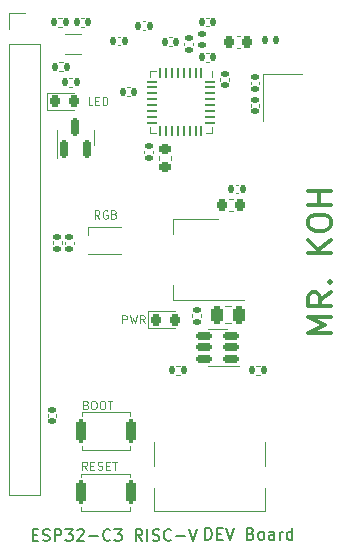
<source format=gto>
%TF.GenerationSoftware,KiCad,Pcbnew,(6.0.10)*%
%TF.CreationDate,2023-01-25T23:47:30-05:00*%
%TF.ProjectId,espc4synth,65737063-3473-4796-9e74-682e6b696361,1*%
%TF.SameCoordinates,Original*%
%TF.FileFunction,Legend,Top*%
%TF.FilePolarity,Positive*%
%FSLAX46Y46*%
G04 Gerber Fmt 4.6, Leading zero omitted, Abs format (unit mm)*
G04 Created by KiCad (PCBNEW (6.0.10)) date 2023-01-25 23:47:30*
%MOMM*%
%LPD*%
G01*
G04 APERTURE LIST*
G04 Aperture macros list*
%AMRoundRect*
0 Rectangle with rounded corners*
0 $1 Rounding radius*
0 $2 $3 $4 $5 $6 $7 $8 $9 X,Y pos of 4 corners*
0 Add a 4 corners polygon primitive as box body*
4,1,4,$2,$3,$4,$5,$6,$7,$8,$9,$2,$3,0*
0 Add four circle primitives for the rounded corners*
1,1,$1+$1,$2,$3*
1,1,$1+$1,$4,$5*
1,1,$1+$1,$6,$7*
1,1,$1+$1,$8,$9*
0 Add four rect primitives between the rounded corners*
20,1,$1+$1,$2,$3,$4,$5,0*
20,1,$1+$1,$4,$5,$6,$7,0*
20,1,$1+$1,$6,$7,$8,$9,0*
20,1,$1+$1,$8,$9,$2,$3,0*%
G04 Aperture macros list end*
%ADD10C,0.100000*%
%ADD11C,0.150000*%
%ADD12C,0.300000*%
%ADD13C,0.120000*%
%ADD14C,1.152000*%
%ADD15RoundRect,0.218750X-0.218750X-0.256250X0.218750X-0.256250X0.218750X0.256250X-0.218750X0.256250X0*%
%ADD16RoundRect,0.250000X-0.250000X-0.475000X0.250000X-0.475000X0.250000X0.475000X-0.250000X0.475000X0*%
%ADD17RoundRect,0.140000X-0.170000X0.140000X-0.170000X-0.140000X0.170000X-0.140000X0.170000X0.140000X0*%
%ADD18RoundRect,0.140000X0.170000X-0.140000X0.170000X0.140000X-0.170000X0.140000X-0.170000X-0.140000X0*%
%ADD19RoundRect,0.147500X0.172500X-0.147500X0.172500X0.147500X-0.172500X0.147500X-0.172500X-0.147500X0*%
%ADD20R,1.700000X1.700000*%
%ADD21O,1.700000X1.700000*%
%ADD22RoundRect,0.140000X-0.140000X-0.170000X0.140000X-0.170000X0.140000X0.170000X-0.140000X0.170000X0*%
%ADD23R,1.000000X1.800000*%
%ADD24RoundRect,0.135000X-0.135000X-0.185000X0.135000X-0.185000X0.135000X0.185000X-0.135000X0.185000X0*%
%ADD25RoundRect,0.135000X-0.185000X0.135000X-0.185000X-0.135000X0.185000X-0.135000X0.185000X0.135000X0*%
%ADD26RoundRect,0.140000X0.140000X0.170000X-0.140000X0.170000X-0.140000X-0.170000X0.140000X-0.170000X0*%
%ADD27RoundRect,0.225000X-0.225000X-0.250000X0.225000X-0.250000X0.225000X0.250000X-0.225000X0.250000X0*%
%ADD28RoundRect,0.062500X-0.062500X0.375000X-0.062500X-0.375000X0.062500X-0.375000X0.062500X0.375000X0*%
%ADD29RoundRect,0.062500X-0.375000X0.062500X-0.375000X-0.062500X0.375000X-0.062500X0.375000X0.062500X0*%
%ADD30R,3.450000X3.450000*%
%ADD31RoundRect,0.200000X0.200000X0.800000X-0.200000X0.800000X-0.200000X-0.800000X0.200000X-0.800000X0*%
%ADD32O,1.000000X1.600000*%
%ADD33C,0.650000*%
%ADD34O,1.000000X2.100000*%
%ADD35R,0.600000X1.450000*%
%ADD36R,0.300000X1.450000*%
%ADD37RoundRect,0.150000X0.150000X-0.587500X0.150000X0.587500X-0.150000X0.587500X-0.150000X-0.587500X0*%
%ADD38R,1.200000X1.400000*%
%ADD39RoundRect,0.135000X0.135000X0.185000X-0.135000X0.185000X-0.135000X-0.185000X0.135000X-0.185000X0*%
%ADD40RoundRect,0.150000X0.512500X0.150000X-0.512500X0.150000X-0.512500X-0.150000X0.512500X-0.150000X0*%
%ADD41RoundRect,0.147500X-0.147500X-0.172500X0.147500X-0.172500X0.147500X0.172500X-0.147500X0.172500X0*%
%ADD42R,2.000000X1.500000*%
%ADD43R,2.000000X3.800000*%
%ADD44RoundRect,0.225000X-0.250000X0.225000X-0.250000X-0.225000X0.250000X-0.225000X0.250000X0.225000X0*%
%ADD45R,0.700000X0.700000*%
G04 APERTURE END LIST*
D10*
X23766666Y-60416666D02*
X23766666Y-59716666D01*
X24033333Y-59716666D01*
X24100000Y-59750000D01*
X24133333Y-59783333D01*
X24166666Y-59850000D01*
X24166666Y-59950000D01*
X24133333Y-60016666D01*
X24100000Y-60050000D01*
X24033333Y-60083333D01*
X23766666Y-60083333D01*
X24400000Y-59716666D02*
X24566666Y-60416666D01*
X24700000Y-59916666D01*
X24833333Y-60416666D01*
X25000000Y-59716666D01*
X25666666Y-60416666D02*
X25433333Y-60083333D01*
X25266666Y-60416666D02*
X25266666Y-59716666D01*
X25533333Y-59716666D01*
X25600000Y-59750000D01*
X25633333Y-59783333D01*
X25666666Y-59850000D01*
X25666666Y-59950000D01*
X25633333Y-60016666D01*
X25600000Y-60050000D01*
X25533333Y-60083333D01*
X25266666Y-60083333D01*
D11*
X16194047Y-78303571D02*
X16527380Y-78303571D01*
X16670238Y-78827380D02*
X16194047Y-78827380D01*
X16194047Y-77827380D01*
X16670238Y-77827380D01*
X17051190Y-78779761D02*
X17194047Y-78827380D01*
X17432142Y-78827380D01*
X17527380Y-78779761D01*
X17575000Y-78732142D01*
X17622619Y-78636904D01*
X17622619Y-78541666D01*
X17575000Y-78446428D01*
X17527380Y-78398809D01*
X17432142Y-78351190D01*
X17241666Y-78303571D01*
X17146428Y-78255952D01*
X17098809Y-78208333D01*
X17051190Y-78113095D01*
X17051190Y-78017857D01*
X17098809Y-77922619D01*
X17146428Y-77875000D01*
X17241666Y-77827380D01*
X17479761Y-77827380D01*
X17622619Y-77875000D01*
X18051190Y-78827380D02*
X18051190Y-77827380D01*
X18432142Y-77827380D01*
X18527380Y-77875000D01*
X18575000Y-77922619D01*
X18622619Y-78017857D01*
X18622619Y-78160714D01*
X18575000Y-78255952D01*
X18527380Y-78303571D01*
X18432142Y-78351190D01*
X18051190Y-78351190D01*
X18955952Y-77827380D02*
X19575000Y-77827380D01*
X19241666Y-78208333D01*
X19384523Y-78208333D01*
X19479761Y-78255952D01*
X19527380Y-78303571D01*
X19575000Y-78398809D01*
X19575000Y-78636904D01*
X19527380Y-78732142D01*
X19479761Y-78779761D01*
X19384523Y-78827380D01*
X19098809Y-78827380D01*
X19003571Y-78779761D01*
X18955952Y-78732142D01*
X19955952Y-77922619D02*
X20003571Y-77875000D01*
X20098809Y-77827380D01*
X20336904Y-77827380D01*
X20432142Y-77875000D01*
X20479761Y-77922619D01*
X20527380Y-78017857D01*
X20527380Y-78113095D01*
X20479761Y-78255952D01*
X19908333Y-78827380D01*
X20527380Y-78827380D01*
X20955952Y-78446428D02*
X21717857Y-78446428D01*
X22765476Y-78732142D02*
X22717857Y-78779761D01*
X22575000Y-78827380D01*
X22479761Y-78827380D01*
X22336904Y-78779761D01*
X22241666Y-78684523D01*
X22194047Y-78589285D01*
X22146428Y-78398809D01*
X22146428Y-78255952D01*
X22194047Y-78065476D01*
X22241666Y-77970238D01*
X22336904Y-77875000D01*
X22479761Y-77827380D01*
X22575000Y-77827380D01*
X22717857Y-77875000D01*
X22765476Y-77922619D01*
X23098809Y-77827380D02*
X23717857Y-77827380D01*
X23384523Y-78208333D01*
X23527380Y-78208333D01*
X23622619Y-78255952D01*
X23670238Y-78303571D01*
X23717857Y-78398809D01*
X23717857Y-78636904D01*
X23670238Y-78732142D01*
X23622619Y-78779761D01*
X23527380Y-78827380D01*
X23241666Y-78827380D01*
X23146428Y-78779761D01*
X23098809Y-78732142D01*
X25479761Y-78827380D02*
X25146428Y-78351190D01*
X24908333Y-78827380D02*
X24908333Y-77827380D01*
X25289285Y-77827380D01*
X25384523Y-77875000D01*
X25432142Y-77922619D01*
X25479761Y-78017857D01*
X25479761Y-78160714D01*
X25432142Y-78255952D01*
X25384523Y-78303571D01*
X25289285Y-78351190D01*
X24908333Y-78351190D01*
X25908333Y-78827380D02*
X25908333Y-77827380D01*
X26336904Y-78779761D02*
X26479761Y-78827380D01*
X26717857Y-78827380D01*
X26813095Y-78779761D01*
X26860714Y-78732142D01*
X26908333Y-78636904D01*
X26908333Y-78541666D01*
X26860714Y-78446428D01*
X26813095Y-78398809D01*
X26717857Y-78351190D01*
X26527380Y-78303571D01*
X26432142Y-78255952D01*
X26384523Y-78208333D01*
X26336904Y-78113095D01*
X26336904Y-78017857D01*
X26384523Y-77922619D01*
X26432142Y-77875000D01*
X26527380Y-77827380D01*
X26765476Y-77827380D01*
X26908333Y-77875000D01*
X27908333Y-78732142D02*
X27860714Y-78779761D01*
X27717857Y-78827380D01*
X27622619Y-78827380D01*
X27479761Y-78779761D01*
X27384523Y-78684523D01*
X27336904Y-78589285D01*
X27289285Y-78398809D01*
X27289285Y-78255952D01*
X27336904Y-78065476D01*
X27384523Y-77970238D01*
X27479761Y-77875000D01*
X27622619Y-77827380D01*
X27717857Y-77827380D01*
X27860714Y-77875000D01*
X27908333Y-77922619D01*
X28336904Y-78446428D02*
X29098809Y-78446428D01*
X29432142Y-77827380D02*
X29765476Y-78827380D01*
X30098809Y-77827380D01*
X30784523Y-78727380D02*
X30784523Y-77727380D01*
X31022619Y-77727380D01*
X31165476Y-77775000D01*
X31260714Y-77870238D01*
X31308333Y-77965476D01*
X31355952Y-78155952D01*
X31355952Y-78298809D01*
X31308333Y-78489285D01*
X31260714Y-78584523D01*
X31165476Y-78679761D01*
X31022619Y-78727380D01*
X30784523Y-78727380D01*
X31784523Y-78203571D02*
X32117857Y-78203571D01*
X32260714Y-78727380D02*
X31784523Y-78727380D01*
X31784523Y-77727380D01*
X32260714Y-77727380D01*
X32546428Y-77727380D02*
X32879761Y-78727380D01*
X33213095Y-77727380D01*
X34641666Y-78203571D02*
X34784523Y-78251190D01*
X34832142Y-78298809D01*
X34879761Y-78394047D01*
X34879761Y-78536904D01*
X34832142Y-78632142D01*
X34784523Y-78679761D01*
X34689285Y-78727380D01*
X34308333Y-78727380D01*
X34308333Y-77727380D01*
X34641666Y-77727380D01*
X34736904Y-77775000D01*
X34784523Y-77822619D01*
X34832142Y-77917857D01*
X34832142Y-78013095D01*
X34784523Y-78108333D01*
X34736904Y-78155952D01*
X34641666Y-78203571D01*
X34308333Y-78203571D01*
X35451190Y-78727380D02*
X35355952Y-78679761D01*
X35308333Y-78632142D01*
X35260714Y-78536904D01*
X35260714Y-78251190D01*
X35308333Y-78155952D01*
X35355952Y-78108333D01*
X35451190Y-78060714D01*
X35594047Y-78060714D01*
X35689285Y-78108333D01*
X35736904Y-78155952D01*
X35784523Y-78251190D01*
X35784523Y-78536904D01*
X35736904Y-78632142D01*
X35689285Y-78679761D01*
X35594047Y-78727380D01*
X35451190Y-78727380D01*
X36641666Y-78727380D02*
X36641666Y-78203571D01*
X36594047Y-78108333D01*
X36498809Y-78060714D01*
X36308333Y-78060714D01*
X36213095Y-78108333D01*
X36641666Y-78679761D02*
X36546428Y-78727380D01*
X36308333Y-78727380D01*
X36213095Y-78679761D01*
X36165476Y-78584523D01*
X36165476Y-78489285D01*
X36213095Y-78394047D01*
X36308333Y-78346428D01*
X36546428Y-78346428D01*
X36641666Y-78298809D01*
X37117857Y-78727380D02*
X37117857Y-78060714D01*
X37117857Y-78251190D02*
X37165476Y-78155952D01*
X37213095Y-78108333D01*
X37308333Y-78060714D01*
X37403571Y-78060714D01*
X38165476Y-78727380D02*
X38165476Y-77727380D01*
X38165476Y-78679761D02*
X38070238Y-78727380D01*
X37879761Y-78727380D01*
X37784523Y-78679761D01*
X37736904Y-78632142D01*
X37689285Y-78536904D01*
X37689285Y-78251190D01*
X37736904Y-78155952D01*
X37784523Y-78108333D01*
X37879761Y-78060714D01*
X38070238Y-78060714D01*
X38165476Y-78108333D01*
D10*
X21841666Y-51541666D02*
X21608333Y-51208333D01*
X21441666Y-51541666D02*
X21441666Y-50841666D01*
X21708333Y-50841666D01*
X21775000Y-50875000D01*
X21808333Y-50908333D01*
X21841666Y-50975000D01*
X21841666Y-51075000D01*
X21808333Y-51141666D01*
X21775000Y-51175000D01*
X21708333Y-51208333D01*
X21441666Y-51208333D01*
X22508333Y-50875000D02*
X22441666Y-50841666D01*
X22341666Y-50841666D01*
X22241666Y-50875000D01*
X22175000Y-50941666D01*
X22141666Y-51008333D01*
X22108333Y-51141666D01*
X22108333Y-51241666D01*
X22141666Y-51375000D01*
X22175000Y-51441666D01*
X22241666Y-51508333D01*
X22341666Y-51541666D01*
X22408333Y-51541666D01*
X22508333Y-51508333D01*
X22541666Y-51475000D01*
X22541666Y-51241666D01*
X22408333Y-51241666D01*
X23075000Y-51175000D02*
X23175000Y-51208333D01*
X23208333Y-51241666D01*
X23241666Y-51308333D01*
X23241666Y-51408333D01*
X23208333Y-51475000D01*
X23175000Y-51508333D01*
X23108333Y-51541666D01*
X22841666Y-51541666D01*
X22841666Y-50841666D01*
X23075000Y-50841666D01*
X23141666Y-50875000D01*
X23175000Y-50908333D01*
X23208333Y-50975000D01*
X23208333Y-51041666D01*
X23175000Y-51108333D01*
X23141666Y-51141666D01*
X23075000Y-51175000D01*
X22841666Y-51175000D01*
D12*
X41479761Y-61225000D02*
X39479761Y-61225000D01*
X40908333Y-60558333D01*
X39479761Y-59891666D01*
X41479761Y-59891666D01*
X41479761Y-57796428D02*
X40527380Y-58463095D01*
X41479761Y-58939285D02*
X39479761Y-58939285D01*
X39479761Y-58177380D01*
X39575000Y-57986904D01*
X39670238Y-57891666D01*
X39860714Y-57796428D01*
X40146428Y-57796428D01*
X40336904Y-57891666D01*
X40432142Y-57986904D01*
X40527380Y-58177380D01*
X40527380Y-58939285D01*
X41289285Y-56939285D02*
X41384523Y-56844047D01*
X41479761Y-56939285D01*
X41384523Y-57034523D01*
X41289285Y-56939285D01*
X41479761Y-56939285D01*
X41479761Y-54463095D02*
X39479761Y-54463095D01*
X41479761Y-53320238D02*
X40336904Y-54177380D01*
X39479761Y-53320238D02*
X40622619Y-54463095D01*
X39479761Y-52082142D02*
X39479761Y-51701190D01*
X39575000Y-51510714D01*
X39765476Y-51320238D01*
X40146428Y-51225000D01*
X40813095Y-51225000D01*
X41194047Y-51320238D01*
X41384523Y-51510714D01*
X41479761Y-51701190D01*
X41479761Y-52082142D01*
X41384523Y-52272619D01*
X41194047Y-52463095D01*
X40813095Y-52558333D01*
X40146428Y-52558333D01*
X39765476Y-52463095D01*
X39575000Y-52272619D01*
X39479761Y-52082142D01*
X41479761Y-50367857D02*
X39479761Y-50367857D01*
X40432142Y-50367857D02*
X40432142Y-49225000D01*
X41479761Y-49225000D02*
X39479761Y-49225000D01*
D10*
X20700000Y-67300000D02*
X20800000Y-67333333D01*
X20833333Y-67366666D01*
X20866666Y-67433333D01*
X20866666Y-67533333D01*
X20833333Y-67600000D01*
X20800000Y-67633333D01*
X20733333Y-67666666D01*
X20466666Y-67666666D01*
X20466666Y-66966666D01*
X20700000Y-66966666D01*
X20766666Y-67000000D01*
X20800000Y-67033333D01*
X20833333Y-67100000D01*
X20833333Y-67166666D01*
X20800000Y-67233333D01*
X20766666Y-67266666D01*
X20700000Y-67300000D01*
X20466666Y-67300000D01*
X21300000Y-66966666D02*
X21433333Y-66966666D01*
X21500000Y-67000000D01*
X21566666Y-67066666D01*
X21600000Y-67200000D01*
X21600000Y-67433333D01*
X21566666Y-67566666D01*
X21500000Y-67633333D01*
X21433333Y-67666666D01*
X21300000Y-67666666D01*
X21233333Y-67633333D01*
X21166666Y-67566666D01*
X21133333Y-67433333D01*
X21133333Y-67200000D01*
X21166666Y-67066666D01*
X21233333Y-67000000D01*
X21300000Y-66966666D01*
X22033333Y-66966666D02*
X22166666Y-66966666D01*
X22233333Y-67000000D01*
X22300000Y-67066666D01*
X22333333Y-67200000D01*
X22333333Y-67433333D01*
X22300000Y-67566666D01*
X22233333Y-67633333D01*
X22166666Y-67666666D01*
X22033333Y-67666666D01*
X21966666Y-67633333D01*
X21900000Y-67566666D01*
X21866666Y-67433333D01*
X21866666Y-67200000D01*
X21900000Y-67066666D01*
X21966666Y-67000000D01*
X22033333Y-66966666D01*
X22533333Y-66966666D02*
X22933333Y-66966666D01*
X22733333Y-67666666D02*
X22733333Y-66966666D01*
X21250000Y-41941666D02*
X20916666Y-41941666D01*
X20916666Y-41241666D01*
X21483333Y-41575000D02*
X21716666Y-41575000D01*
X21816666Y-41941666D02*
X21483333Y-41941666D01*
X21483333Y-41241666D01*
X21816666Y-41241666D01*
X22116666Y-41941666D02*
X22116666Y-41241666D01*
X22283333Y-41241666D01*
X22383333Y-41275000D01*
X22450000Y-41341666D01*
X22483333Y-41408333D01*
X22516666Y-41541666D01*
X22516666Y-41641666D01*
X22483333Y-41775000D01*
X22450000Y-41841666D01*
X22383333Y-41908333D01*
X22283333Y-41941666D01*
X22116666Y-41941666D01*
X20783333Y-72816666D02*
X20550000Y-72483333D01*
X20383333Y-72816666D02*
X20383333Y-72116666D01*
X20650000Y-72116666D01*
X20716666Y-72150000D01*
X20750000Y-72183333D01*
X20783333Y-72250000D01*
X20783333Y-72350000D01*
X20750000Y-72416666D01*
X20716666Y-72450000D01*
X20650000Y-72483333D01*
X20383333Y-72483333D01*
X21083333Y-72450000D02*
X21316666Y-72450000D01*
X21416666Y-72816666D02*
X21083333Y-72816666D01*
X21083333Y-72116666D01*
X21416666Y-72116666D01*
X21683333Y-72783333D02*
X21783333Y-72816666D01*
X21950000Y-72816666D01*
X22016666Y-72783333D01*
X22050000Y-72750000D01*
X22083333Y-72683333D01*
X22083333Y-72616666D01*
X22050000Y-72550000D01*
X22016666Y-72516666D01*
X21950000Y-72483333D01*
X21816666Y-72450000D01*
X21750000Y-72416666D01*
X21716666Y-72383333D01*
X21683333Y-72316666D01*
X21683333Y-72250000D01*
X21716666Y-72183333D01*
X21750000Y-72150000D01*
X21816666Y-72116666D01*
X21983333Y-72116666D01*
X22083333Y-72150000D01*
X22383333Y-72450000D02*
X22616666Y-72450000D01*
X22716666Y-72816666D02*
X22383333Y-72816666D01*
X22383333Y-72116666D01*
X22716666Y-72116666D01*
X22916666Y-72116666D02*
X23316666Y-72116666D01*
X23116666Y-72816666D02*
X23116666Y-72116666D01*
D13*
%TO.C,D1*%
X28250000Y-59365000D02*
X25965000Y-59365000D01*
X25965000Y-60835000D02*
X28250000Y-60835000D01*
X25965000Y-59365000D02*
X25965000Y-60835000D01*
%TO.C,C10*%
X32463748Y-60410000D02*
X32986252Y-60410000D01*
X32463748Y-58940000D02*
X32986252Y-58940000D01*
%TO.C,C19*%
X19660000Y-53492164D02*
X19660000Y-53707836D01*
X18940000Y-53492164D02*
X18940000Y-53707836D01*
%TO.C,C12*%
X32810000Y-39857836D02*
X32810000Y-39642164D01*
X32090000Y-39857836D02*
X32090000Y-39642164D01*
%TO.C,J2*%
X14170000Y-36770000D02*
X16830000Y-36770000D01*
X14170000Y-35500000D02*
X14170000Y-34170000D01*
X14170000Y-34170000D02*
X15500000Y-34170000D01*
X14170000Y-74930000D02*
X16830000Y-74930000D01*
X14170000Y-36770000D02*
X14170000Y-74930000D01*
X16830000Y-36770000D02*
X16830000Y-74930000D01*
%TO.C,C5*%
X25492164Y-34840000D02*
X25707836Y-34840000D01*
X25492164Y-35560000D02*
X25707836Y-35560000D01*
%TO.C,Y1*%
X20300000Y-35875000D02*
X18950000Y-35875000D01*
X20300000Y-37625000D02*
X18950000Y-37625000D01*
%TO.C,C2*%
X20292164Y-34565000D02*
X20507836Y-34565000D01*
X20292164Y-35285000D02*
X20507836Y-35285000D01*
%TO.C,C8*%
X35385000Y-40157836D02*
X35385000Y-39942164D01*
X34665000Y-40157836D02*
X34665000Y-39942164D01*
%TO.C,R1*%
X18321359Y-34520000D02*
X18628641Y-34520000D01*
X18321359Y-35280000D02*
X18628641Y-35280000D01*
%TO.C,C3*%
X30872164Y-38250000D02*
X31087836Y-38250000D01*
X30872164Y-37530000D02*
X31087836Y-37530000D01*
%TO.C,R4*%
X29695000Y-59596359D02*
X29695000Y-59903641D01*
X30455000Y-59596359D02*
X30455000Y-59903641D01*
%TO.C,R7*%
X18436359Y-38320000D02*
X18743641Y-38320000D01*
X18436359Y-39080000D02*
X18743641Y-39080000D01*
%TO.C,C6*%
X23607836Y-36860000D02*
X23392164Y-36860000D01*
X23607836Y-36140000D02*
X23392164Y-36140000D01*
%TO.C,C11*%
X33459420Y-37110000D02*
X33740580Y-37110000D01*
X33459420Y-36090000D02*
X33740580Y-36090000D01*
%TO.C,U2*%
X26120000Y-44300000D02*
X26595000Y-44300000D01*
X31340000Y-43825000D02*
X31340000Y-44300000D01*
X26120000Y-43825000D02*
X26120000Y-44300000D01*
X31340000Y-44300000D02*
X30865000Y-44300000D01*
X26120000Y-39080000D02*
X26595000Y-39080000D01*
X31340000Y-39555000D02*
X31340000Y-39080000D01*
X26120000Y-39555000D02*
X26120000Y-39080000D01*
%TO.C,SW1*%
X20305000Y-73430000D02*
X20305000Y-73130000D01*
X24445000Y-75970000D02*
X24445000Y-76270000D01*
X24445000Y-73130000D02*
X24445000Y-73430000D01*
X24445000Y-76270000D02*
X20305000Y-76270000D01*
X20305000Y-76270000D02*
X20305000Y-75970000D01*
X20305000Y-73130000D02*
X24445000Y-73130000D01*
%TO.C,C17*%
X29040000Y-36857836D02*
X29040000Y-36642164D01*
X29760000Y-36857836D02*
X29760000Y-36642164D01*
%TO.C,J1*%
X35850000Y-70474951D02*
X35850000Y-72474951D01*
X26450000Y-74374951D02*
X26450000Y-76274951D01*
X26450000Y-70474951D02*
X26450000Y-72474951D01*
X26450000Y-76274951D02*
X35850000Y-76274951D01*
X35850000Y-74374951D02*
X35850000Y-76274951D01*
%TO.C,SW2*%
X20330000Y-71095000D02*
X20330000Y-70795000D01*
X24470000Y-70795000D02*
X24470000Y-71095000D01*
X20330000Y-68255000D02*
X20330000Y-67955000D01*
X24470000Y-71095000D02*
X20330000Y-71095000D01*
X20330000Y-67955000D02*
X24470000Y-67955000D01*
X24470000Y-67955000D02*
X24470000Y-68255000D01*
%TO.C,Q1*%
X21360000Y-44700000D02*
X21360000Y-45350000D01*
X18240000Y-44700000D02*
X18240000Y-44050000D01*
X18240000Y-44700000D02*
X18240000Y-46375000D01*
X21360000Y-44700000D02*
X21360000Y-44050000D01*
%TO.C,Y2*%
X39000000Y-39275000D02*
X35700000Y-39275000D01*
X35700000Y-39275000D02*
X35700000Y-43275000D01*
%TO.C,R5*%
X18630000Y-53421359D02*
X18630000Y-53728641D01*
X17870000Y-53421359D02*
X17870000Y-53728641D01*
%TO.C,C4*%
X30867164Y-34540000D02*
X31082836Y-34540000D01*
X30867164Y-35260000D02*
X31082836Y-35260000D01*
%TO.C,R3*%
X28628641Y-64779951D02*
X28321359Y-64779951D01*
X28628641Y-64019951D02*
X28321359Y-64019951D01*
%TO.C,C13*%
X18185000Y-68332836D02*
X18185000Y-68117164D01*
X17465000Y-68332836D02*
X17465000Y-68117164D01*
%TO.C,R2*%
X35121359Y-64019951D02*
X35428641Y-64019951D01*
X35121359Y-64779951D02*
X35428641Y-64779951D01*
%TO.C,D3*%
X19700000Y-40865000D02*
X17415000Y-40865000D01*
X17415000Y-40865000D02*
X17415000Y-42335000D01*
X17415000Y-42335000D02*
X19700000Y-42335000D01*
%TO.C,U1*%
X31825000Y-64009951D02*
X31025000Y-64009951D01*
X31825000Y-64009951D02*
X33625000Y-64009951D01*
X31825000Y-60889951D02*
X31025000Y-60889951D01*
X31825000Y-60889951D02*
X32625000Y-60889951D01*
%TO.C,C1*%
X33367164Y-49410000D02*
X33582836Y-49410000D01*
X33367164Y-48690000D02*
X33582836Y-48690000D01*
%TO.C,U3*%
X28090000Y-51590000D02*
X28090000Y-52850000D01*
X34100000Y-58410000D02*
X28090000Y-58410000D01*
X28090000Y-58410000D02*
X28090000Y-57150000D01*
X31850000Y-51590000D02*
X28090000Y-51590000D01*
%TO.C,C9*%
X32834420Y-50885000D02*
X33115580Y-50885000D01*
X32834420Y-49865000D02*
X33115580Y-49865000D01*
%TO.C,C14*%
X27910000Y-46259420D02*
X27910000Y-46540580D01*
X26890000Y-46259420D02*
X26890000Y-46540580D01*
%TO.C,D2*%
X20830000Y-52250000D02*
X20830000Y-52900000D01*
X20830000Y-54550000D02*
X23670000Y-54550000D01*
X20830000Y-52250000D02*
X23670000Y-52250000D01*
%TO.C,C16*%
X24407836Y-41160000D02*
X24192164Y-41160000D01*
X24407836Y-40440000D02*
X24192164Y-40440000D01*
%TO.C,R6*%
X19246359Y-39620000D02*
X19553641Y-39620000D01*
X19246359Y-40380000D02*
X19553641Y-40380000D01*
%TO.C,C15*%
X25640000Y-45792164D02*
X25640000Y-46007836D01*
X26360000Y-45792164D02*
X26360000Y-46007836D01*
%TO.C,C7*%
X34665000Y-41842164D02*
X34665000Y-42057836D01*
X35385000Y-41842164D02*
X35385000Y-42057836D01*
%TO.C,C18*%
X27957836Y-36190000D02*
X27742164Y-36190000D01*
X27957836Y-36910000D02*
X27742164Y-36910000D01*
%TD*%
%LPC*%
D14*
%TO.C,H4*%
X41050000Y-78350000D03*
%TD*%
%TO.C,H3*%
X14550000Y-32875000D03*
%TD*%
%TO.C,H2*%
X14550000Y-78350000D03*
%TD*%
%TO.C,H1*%
X41050000Y-32875000D03*
%TD*%
D15*
%TO.C,D1*%
X26662500Y-60100000D03*
X28237500Y-60100000D03*
%TD*%
D16*
%TO.C,C10*%
X31775000Y-59675000D03*
X33675000Y-59675000D03*
%TD*%
D17*
%TO.C,C19*%
X19300000Y-53120000D03*
X19300000Y-54080000D03*
%TD*%
D18*
%TO.C,C12*%
X32450000Y-40230000D03*
X32450000Y-39270000D03*
%TD*%
D19*
%TO.C,L1*%
X30500000Y-36885000D03*
X30500000Y-35915000D03*
%TD*%
D20*
%TO.C,J2*%
X15500000Y-35500000D03*
D21*
X15500000Y-38040000D03*
X15500000Y-40580000D03*
X15500000Y-43120000D03*
X15500000Y-45660000D03*
X15500000Y-48200000D03*
X15500000Y-50740000D03*
X15500000Y-53280000D03*
X15500000Y-55820000D03*
X15500000Y-58360000D03*
X15500000Y-60900000D03*
X15500000Y-63440000D03*
X15500000Y-65980000D03*
X15500000Y-68520000D03*
X15500000Y-71060000D03*
X15500000Y-73600000D03*
%TD*%
D22*
%TO.C,C5*%
X25120000Y-35200000D03*
X26080000Y-35200000D03*
%TD*%
D23*
%TO.C,Y1*%
X18375000Y-36750000D03*
X20875000Y-36750000D03*
%TD*%
D22*
%TO.C,C2*%
X19920000Y-34925000D03*
X20880000Y-34925000D03*
%TD*%
D18*
%TO.C,C8*%
X35025000Y-40530000D03*
X35025000Y-39570000D03*
%TD*%
D24*
%TO.C,R1*%
X17965000Y-34900000D03*
X18985000Y-34900000D03*
%TD*%
D22*
%TO.C,C3*%
X30500000Y-37890000D03*
X31460000Y-37890000D03*
%TD*%
D25*
%TO.C,R4*%
X30075000Y-59240000D03*
X30075000Y-60260000D03*
%TD*%
D24*
%TO.C,R7*%
X18080000Y-38700000D03*
X19100000Y-38700000D03*
%TD*%
D26*
%TO.C,C6*%
X23980000Y-36500000D03*
X23020000Y-36500000D03*
%TD*%
D27*
%TO.C,C11*%
X32825000Y-36600000D03*
X34375000Y-36600000D03*
%TD*%
D28*
%TO.C,U2*%
X30480000Y-39252500D03*
X29980000Y-39252500D03*
X29480000Y-39252500D03*
X28980000Y-39252500D03*
X28480000Y-39252500D03*
X27980000Y-39252500D03*
X27480000Y-39252500D03*
X26980000Y-39252500D03*
D29*
X26292500Y-39940000D03*
X26292500Y-40440000D03*
X26292500Y-40940000D03*
X26292500Y-41440000D03*
X26292500Y-41940000D03*
X26292500Y-42440000D03*
X26292500Y-42940000D03*
X26292500Y-43440000D03*
D28*
X26980000Y-44127500D03*
X27480000Y-44127500D03*
X27980000Y-44127500D03*
X28480000Y-44127500D03*
X28980000Y-44127500D03*
X29480000Y-44127500D03*
X29980000Y-44127500D03*
X30480000Y-44127500D03*
D29*
X31167500Y-43440000D03*
X31167500Y-42940000D03*
X31167500Y-42440000D03*
X31167500Y-41940000D03*
X31167500Y-41440000D03*
X31167500Y-40940000D03*
X31167500Y-40440000D03*
X31167500Y-39940000D03*
D30*
X28730000Y-41690000D03*
%TD*%
D31*
%TO.C,SW1*%
X24475000Y-74700000D03*
X20275000Y-74700000D03*
%TD*%
D18*
%TO.C,C17*%
X29400000Y-37230000D03*
X29400000Y-36270000D03*
%TD*%
D32*
%TO.C,J1*%
X35470000Y-73424951D03*
D33*
X28260000Y-69774951D03*
D34*
X35470000Y-69244951D03*
X26830000Y-69244951D03*
D33*
X34040000Y-69774951D03*
D35*
X27900000Y-68329951D03*
X28700000Y-68329951D03*
D36*
X29900000Y-68329951D03*
X30900000Y-68329951D03*
X31400000Y-68329951D03*
X32400000Y-68329951D03*
D35*
X33600000Y-68329951D03*
X34400000Y-68329951D03*
X34400000Y-68329951D03*
X33600000Y-68329951D03*
D36*
X32900000Y-68329951D03*
X31900000Y-68329951D03*
X30400000Y-68329951D03*
X29400000Y-68329951D03*
D35*
X28700000Y-68329951D03*
X27900000Y-68329951D03*
D32*
X26830000Y-73424951D03*
%TD*%
D31*
%TO.C,SW2*%
X24500000Y-69525000D03*
X20300000Y-69525000D03*
%TD*%
D37*
%TO.C,Q1*%
X18850000Y-45637500D03*
X20750000Y-45637500D03*
X19800000Y-43762500D03*
%TD*%
D38*
%TO.C,Y2*%
X36500000Y-40175000D03*
X36500000Y-42375000D03*
X38200000Y-42375000D03*
X38200000Y-40175000D03*
%TD*%
D25*
%TO.C,R5*%
X18250000Y-53065000D03*
X18250000Y-54085000D03*
%TD*%
D22*
%TO.C,C4*%
X30495000Y-34900000D03*
X31455000Y-34900000D03*
%TD*%
D39*
%TO.C,R3*%
X28985000Y-64399951D03*
X27965000Y-64399951D03*
%TD*%
D18*
%TO.C,C13*%
X17825000Y-68705000D03*
X17825000Y-67745000D03*
%TD*%
D24*
%TO.C,R2*%
X34765000Y-64399951D03*
X35785000Y-64399951D03*
%TD*%
D15*
%TO.C,D3*%
X18112500Y-41600000D03*
X19687500Y-41600000D03*
%TD*%
D40*
%TO.C,U1*%
X32962500Y-63399951D03*
X32962500Y-62449951D03*
X32962500Y-61499951D03*
X30687500Y-61499951D03*
X30687500Y-62449951D03*
X30687500Y-63399951D03*
%TD*%
D22*
%TO.C,C1*%
X32995000Y-49050000D03*
X33955000Y-49050000D03*
%TD*%
D41*
%TO.C,L2*%
X35830000Y-36400000D03*
X36800000Y-36400000D03*
%TD*%
D42*
%TO.C,U3*%
X33150000Y-57300000D03*
D43*
X26850000Y-55000000D03*
D42*
X33150000Y-55000000D03*
X33150000Y-52700000D03*
%TD*%
D27*
%TO.C,C9*%
X32200000Y-50375000D03*
X33750000Y-50375000D03*
%TD*%
D44*
%TO.C,C14*%
X27400000Y-45625000D03*
X27400000Y-47175000D03*
%TD*%
D45*
%TO.C,D2*%
X21335000Y-52850000D03*
X21335000Y-53950000D03*
X23165000Y-53950000D03*
X23165000Y-52850000D03*
%TD*%
D26*
%TO.C,C16*%
X24780000Y-40800000D03*
X23820000Y-40800000D03*
%TD*%
D24*
%TO.C,R6*%
X18890000Y-40000000D03*
X19910000Y-40000000D03*
%TD*%
D17*
%TO.C,C15*%
X26000000Y-45420000D03*
X26000000Y-46380000D03*
%TD*%
%TO.C,C7*%
X35025000Y-41470000D03*
X35025000Y-42430000D03*
%TD*%
D26*
%TO.C,C18*%
X28330000Y-36550000D03*
X27370000Y-36550000D03*
%TD*%
M02*

</source>
